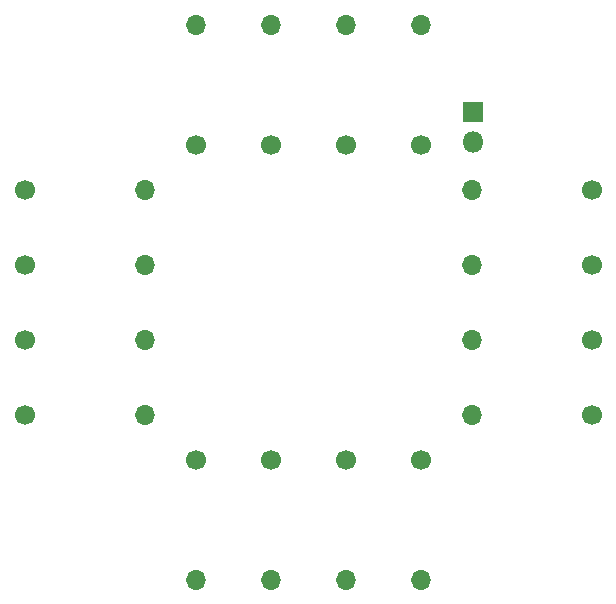
<source format=gbr>
%TF.GenerationSoftware,KiCad,Pcbnew,(5.1.6)-1*%
%TF.CreationDate,2020-10-17T14:01:34-04:00*%
%TF.ProjectId,KiCAD PCB,4b694341-4420-4504-9342-2e6b69636164,rev?*%
%TF.SameCoordinates,Original*%
%TF.FileFunction,Soldermask,Bot*%
%TF.FilePolarity,Negative*%
%FSLAX46Y46*%
G04 Gerber Fmt 4.6, Leading zero omitted, Abs format (unit mm)*
G04 Created by KiCad (PCBNEW (5.1.6)-1) date 2020-10-17 14:01:34*
%MOMM*%
%LPD*%
G01*
G04 APERTURE LIST*
%ADD10O,1.700000X1.700000*%
%ADD11C,1.700000*%
%ADD12O,1.800000X1.800000*%
%ADD13R,1.800000X1.800000*%
G04 APERTURE END LIST*
D10*
%TO.C,R16*%
X131953000Y-96520000D03*
D11*
X142113000Y-96520000D03*
%TD*%
D10*
%TO.C,R15*%
X131953000Y-90170000D03*
D11*
X142113000Y-90170000D03*
%TD*%
D10*
%TO.C,R14*%
X131953000Y-83820000D03*
D11*
X142113000Y-83820000D03*
%TD*%
D10*
%TO.C,R13*%
X131953000Y-77470000D03*
D11*
X142113000Y-77470000D03*
%TD*%
D10*
%TO.C,R12*%
X127635000Y-110490000D03*
D11*
X127635000Y-100330000D03*
%TD*%
D10*
%TO.C,R11*%
X127635000Y-63500000D03*
D11*
X127635000Y-73660000D03*
%TD*%
D10*
%TO.C,R10*%
X121285000Y-110490000D03*
D11*
X121285000Y-100330000D03*
%TD*%
D10*
%TO.C,R9*%
X121285000Y-63500000D03*
D11*
X121285000Y-73660000D03*
%TD*%
D10*
%TO.C,R8*%
X114935000Y-110490000D03*
D11*
X114935000Y-100330000D03*
%TD*%
D10*
%TO.C,R7*%
X114935000Y-63500000D03*
D11*
X114935000Y-73660000D03*
%TD*%
D10*
%TO.C,R6*%
X108585000Y-110490000D03*
D11*
X108585000Y-100330000D03*
%TD*%
D10*
%TO.C,R5*%
X108585000Y-63500000D03*
D11*
X108585000Y-73660000D03*
%TD*%
D10*
%TO.C,R4*%
X104267000Y-96520000D03*
D11*
X94107000Y-96520000D03*
%TD*%
D10*
%TO.C,R3*%
X104267000Y-90170000D03*
D11*
X94107000Y-90170000D03*
%TD*%
D10*
%TO.C,R2*%
X104267000Y-83820000D03*
D11*
X94107000Y-83820000D03*
%TD*%
D10*
%TO.C,R1*%
X104267000Y-77470000D03*
D11*
X94107000Y-77470000D03*
%TD*%
D12*
%TO.C,BT1*%
X132080000Y-73406000D03*
D13*
X132080000Y-70866000D03*
%TD*%
M02*

</source>
